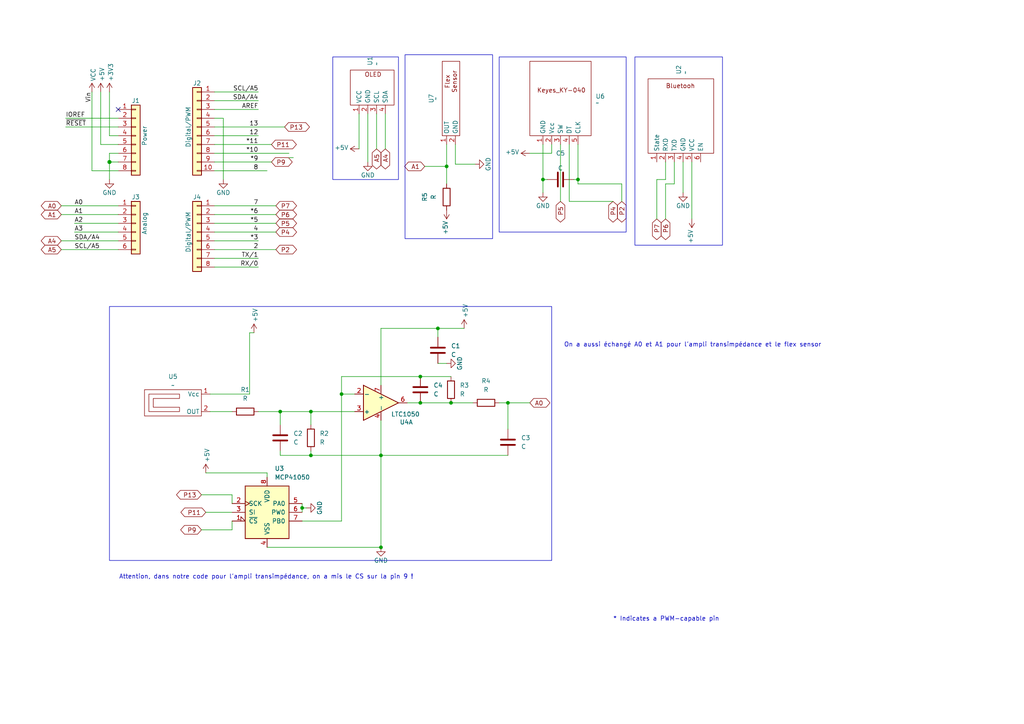
<source format=kicad_sch>
(kicad_sch (version 20231120) (generator "eeschema") (generator_version "8.0")
  (paper "A4")
  (title_block (date "mar. 31 mars 2015"))
  (lib_symbols
    (symbol "Connector_Generic:Conn_01x06" (pin_names (offset 1.016) hide)
      (property "Reference" "J" (at 0 7.62 0))
      (property "Value" "Conn_01x06" (at 0 -10.16 0))
      (symbol "Conn_01x06_1_1"
        (rectangle (start -1.27 -7.493) (end 0 -7.747) (stroke (width 0.1524)))
        (rectangle (start -1.27 -4.953) (end 0 -5.207) (stroke (width 0.1524)))
        (rectangle (start -1.27 -2.413) (end 0 -2.667) (stroke (width 0.1524)))
        (rectangle (start -1.27 0.127) (end 0 -0.127) (stroke (width 0.1524)))
        (rectangle (start -1.27 2.667) (end 0 2.413) (stroke (width 0.1524)))
        (rectangle (start -1.27 5.207) (end 0 4.953) (stroke (width 0.1524)))
        (rectangle (start -1.27 6.35) (end 1.27 -8.89) (stroke (width 0.254)) (fill (type background)))
        (pin passive line (at -5.08 5.08 0) (length 3.81) (name "Pin_1") (number "1"))
        (pin passive line (at -5.08 2.54 0) (length 3.81) (name "Pin_2") (number "2"))
        (pin passive line (at -5.08 0 0) (length 3.81) (name "Pin_3") (number "3"))
        (pin passive line (at -5.08 -2.54 0) (length 3.81) (name "Pin_4") (number "4"))
        (pin passive line (at -5.08 -5.08 0) (length 3.81) (name "Pin_5") (number "5"))
        (pin passive line (at -5.08 -7.62 0) (length 3.81) (name "Pin_6") (number "6"))
      )
    )
    (symbol "Connector_Generic:Conn_01x08" (pin_names (offset 1.016) hide)
      (property "Reference" "J" (at 0 10.16 0))
      (property "Value" "Conn_01x08" (at 0 -12.7 0))
      (symbol "Conn_01x08_1_1"
        (rectangle (start -1.27 -10.033) (end 0 -10.287) (stroke (width 0.1524)))
        (rectangle (start -1.27 -7.493) (end 0 -7.747) (stroke (width 0.1524)))
        (rectangle (start -1.27 -4.953) (end 0 -5.207) (stroke (width 0.1524)))
        (rectangle (start -1.27 -2.413) (end 0 -2.667) (stroke (width 0.1524)))
        (rectangle (start -1.27 0.127) (end 0 -0.127) (stroke (width 0.1524)))
        (rectangle (start -1.27 2.667) (end 0 2.413) (stroke (width 0.1524)))
        (rectangle (start -1.27 5.207) (end 0 4.953) (stroke (width 0.1524)))
        (rectangle (start -1.27 7.747) (end 0 7.493) (stroke (width 0.1524)))
        (rectangle (start -1.27 8.89) (end 1.27 -11.43) (stroke (width 0.254)) (fill (type background)))
        (pin passive line (at -5.08 7.62 0) (length 3.81) (name "Pin_1") (number "1"))
        (pin passive line (at -5.08 5.08 0) (length 3.81) (name "Pin_2") (number "2"))
        (pin passive line (at -5.08 2.54 0) (length 3.81) (name "Pin_3") (number "3"))
        (pin passive line (at -5.08 0 0) (length 3.81) (name "Pin_4") (number "4"))
        (pin passive line (at -5.08 -2.54 0) (length 3.81) (name "Pin_5") (number "5"))
        (pin passive line (at -5.08 -5.08 0) (length 3.81) (name "Pin_6") (number "6"))
        (pin passive line (at -5.08 -7.62 0) (length 3.81) (name "Pin_7") (number "7"))
        (pin passive line (at -5.08 -10.16 0) (length 3.81) (name "Pin_8") (number "8"))
      )
    )
    (symbol "Connector_Generic:Conn_01x10" (pin_names (offset 1.016) hide)
      (property "Reference" "J" (at 0 12.7 0))
      (property "Value" "Conn_01x10" (at 0 -15.24 0))
      (symbol "Conn_01x10_1_1"
        (rectangle (start -1.27 -12.573) (end 0 -12.827) (stroke (width 0.1524)))
        (rectangle (start -1.27 -10.033) (end 0 -10.287) (stroke (width 0.1524)))
        (rectangle (start -1.27 -7.493) (end 0 -7.747) (stroke (width 0.1524)))
        (rectangle (start -1.27 -4.953) (end 0 -5.207) (stroke (width 0.1524)))
        (rectangle (start -1.27 -2.413) (end 0 -2.667) (stroke (width 0.1524)))
        (rectangle (start -1.27 0.127) (end 0 -0.127) (stroke (width 0.1524)))
        (rectangle (start -1.27 2.667) (end 0 2.413) (stroke (width 0.1524)))
        (rectangle (start -1.27 5.207) (end 0 4.953) (stroke (width 0.1524)))
        (rectangle (start -1.27 7.747) (end 0 7.493) (stroke (width 0.1524)))
        (rectangle (start -1.27 10.287) (end 0 10.033) (stroke (width 0.1524)))
        (rectangle (start -1.27 11.43) (end 1.27 -13.97) (stroke (width 0.254)) (fill (type background)))
        (pin passive line (at -5.08 10.16 0) (length 3.81) (name "Pin_1") (number "1"))
        (pin passive line (at -5.08 -12.7 0) (length 3.81) (name "Pin_10") (number "10"))
        (pin passive line (at -5.08 7.62 0) (length 3.81) (name "Pin_2") (number "2"))
        (pin passive line (at -5.08 5.08 0) (length 3.81) (name "Pin_3") (number "3"))
        (pin passive line (at -5.08 2.54 0) (length 3.81) (name "Pin_4") (number "4"))
        (pin passive line (at -5.08 0 0) (length 3.81) (name "Pin_5") (number "5"))
        (pin passive line (at -5.08 -2.54 0) (length 3.81) (name "Pin_6") (number "6"))
        (pin passive line (at -5.08 -5.08 0) (length 3.81) (name "Pin_7") (number "7"))
        (pin passive line (at -5.08 -7.62 0) (length 3.81) (name "Pin_8") (number "8"))
        (pin passive line (at -5.08 -10.16 0) (length 3.81) (name "Pin_9") (number "9"))
      )
    )
    (symbol "Device:C" (pin_numbers hide) (pin_names (offset 0.254))
      (property "Reference" "C" (at 0.635 2.54 0))
      (property "Value" "C" (at 0.635 -2.54 0))
      (symbol "C_0_1"
        (polyline (pts (xy -2.032 -0.762) (xy 2.032 -0.762)) (stroke (width 0.508)))
        (polyline (pts (xy -2.032 0.762) (xy 2.032 0.762)) (stroke (width 0.508)))
      )
      (symbol "C_1_1"
        (pin passive line (at 0 3.81 270) (length 2.794) (name "~") (number "1"))
        (pin passive line (at 0 -3.81 90) (length 2.794) (name "~") (number "2"))
      )
    )
    (symbol "Device:R" (pin_numbers hide) (pin_names (offset 0))
      (property "Reference" "R" (at 2.032 0 90))
      (property "Value" "R" (at 0 0 90))
      (symbol "R_0_1"
        (rectangle (start -1.016 -2.54) (end 1.016 2.54) (stroke (width 0.254)))
      )
      (symbol "R_1_1"
        (pin passive line (at 0 3.81 270) (length 1.27) (name "~") (number "1"))
        (pin passive line (at 0 -3.81 90) (length 1.27) (name "~") (number "2"))
      )
    )
    (symbol "Librairie_de_symbole:Bluetooth"
      (property "Reference" "U" (at 0 0 0))
      (symbol "Bluetooth_0_1"
        (rectangle (start -2.54 2.54) (end -21.59 24.13))
      )
      (symbol "Bluetooth_1_1"
        (text "Bluetooh\n" (at -12.192 22.098 0) (effects (font (size 1.27 1.27))))
        (pin output line (at -19.05 0 90) (length 2.54) (name "State") (number "1"))
        (pin input line (at -16.51 0 90) (length 2.54) (name "RXD") (number "2"))
        (pin output line (at -13.97 0 90) (length 2.54) (name "TXD") (number "3"))
        (pin input line (at -11.43 0 90) (length 2.54) (name "GND") (number "4"))
        (pin input line (at -8.89 0 90) (length 2.54) (name "VCC") (number "5"))
        (pin input line (at -6.35 0 90) (length 2.54) (name "EN") (number "6"))
      )
    )
    (symbol "Librairie_de_symbole:Capteur"
      (property "Reference" "U5" (at -1.905 7.62 0))
      (property "Value" "~" (at -1.905 5.08 0))
      (symbol "Capteur_0_1"
        (rectangle (start -10.16 -3.81) (end 6.35 3.81))
        (polyline (pts (xy 0 2.54) (xy 0 1.27) (xy -7.62 1.27) (xy -7.62 -1.27) (xy 0 -1.27) (xy 0 -2.54) (xy -8.89 -2.54) (xy -8.89 2.54) (xy 0 2.54)))
      )
      (symbol "Capteur_1_1"
        (pin input line (at 8.89 2.54 180) (length 2.54) (name "Vcc") (number "1"))
        (pin output line (at 8.89 -2.54 180) (length 2.54) (name "OUT") (number "2"))
      )
    )
    (symbol "Librairie_de_symbole:Flex"
      (property "Reference" "U" (at -13.335 -13.335 90))
      (symbol "Flex_0_1"
        (rectangle (start -14.605 -15.875) (end 6.985 -10.795))
      )
      (symbol "Flex_1_1"
        (text "Flex\nSensor" (at -8.763 -13.335 0) (effects (font (size 1.27 1.27))))
        (pin output line (at 9.525 -14.605 180) (length 2.54) (name "OUT") (number "1"))
        (pin output line (at 9.525 -12.065 180) (length 2.54) (name "GND") (number "2"))
      )
    )
    (symbol "Librairie_de_symbole:Keyes_KY-040"
      (property "Reference" "U6" (at 10.16 -7.6199 0))
      (property "Value" "~" (at 10.16 -9.525 0))
      (symbol "Keyes_KY-040_0_1"
        (rectangle (start -8.89 2.54) (end 8.89 -19.05))
      )
      (symbol "Keyes_KY-040_1_1"
        (text "Keyes_KY-040" (at 0.254 -5.842 0) (effects (font (size 1.27 1.27))))
        (pin input line (at -5.08 -21.59 90) (length 2.54) (name "GND") (number "1"))
        (pin input line (at -2.54 -21.59 90) (length 2.54) (name "Vcc") (number "2"))
        (pin input line (at 0 -21.59 90) (length 2.54) (name "SW") (number "3"))
        (pin input line (at 2.54 -21.59 90) (length 2.54) (name "DT") (number "4"))
        (pin input line (at 5.08 -21.59 90) (length 2.54) (name "CLK") (number "5"))
      )
    )
    (symbol "Librairie_de_symbole:LTC1050" (pin_names (offset 0.127))
      (property "Reference" "U4" (at 7.366 -5.588 0))
      (property "Value" "LTC1050" (at 7.112 -3.302 0))
      (symbol "LTC1050_1_1"
        (polyline (pts (xy -5.08 5.08) (xy -5.08 -5.08) (xy 5.08 0) (xy -5.08 5.08)) (stroke (width 0.254)) (fill (type background)))
        (pin input line (at -7.62 2.54 0) (length 2.54) (name "-") (number "2"))
        (pin input line (at -7.62 -2.54 0) (length 2.54) (name "+") (number "3"))
        (pin input line (at 0 -5.08 90) (length 2.54) (name "-") (number "4"))
        (pin output line (at 7.62 0 180) (length 2.54) (name "~") (number "6"))
        (pin input line (at 0 5.08 270) (length 2.54) (name "+") (number "7"))
      )
      (symbol "LTC1050_2_1"
        (polyline (pts (xy -5.08 5.08) (xy -5.08 -5.08) (xy 5.08 0) (xy -5.08 5.08)) (stroke (width 0.254)) (fill (type background)))
        (pin input line (at -7.62 2.54 0) (length 2.54) (name "+") (number "5"))
        (pin input line (at -7.62 -2.54 0) (length 2.54) (name "-") (number "6"))
        (pin output line (at 7.62 0 180) (length 2.54) (name "~") (number "7"))
      )
      (symbol "LTC1050_3_1"
        (pin power_in line (at -2.54 -7.62 90) (length 3.81) (name "V-") (number "4"))
        (pin power_in line (at -2.54 7.62 270) (length 3.81) (name "V+") (number "8"))
      )
    )
    (symbol "Librairie_de_symbole:OLED"
      (property "Reference" "U" (at 0 0 0))
      (symbol "OLED_0_1"
        (rectangle (start 1.27 2.54) (end -11.43 12.7))
      )
      (symbol "OLED_1_1"
        (text "OLED\n\n" (at -4.826 10.414 0) (effects (font (size 1.27 1.27))))
        (pin input line (at -8.89 0 90) (length 2.54) (name "VCC") (number "1"))
        (pin input line (at -6.35 0 90) (length 2.54) (name "GND") (number "2"))
        (pin input line (at -3.81 0 90) (length 2.54) (name "SCL") (number "3"))
        (pin input line (at -1.27 0 90) (length 2.54) (name "SDA") (number "4"))
      )
    )
    (symbol "Potentiometer_Digital:MCP41050" (pin_names (offset 1.016))
      (property "Reference" "U3" (at 2.1941 12.7 0))
      (property "Value" "MCP41050" (at 2.1941 10.16 0))
      (symbol "MCP41050_0_1"
        (rectangle (start -6.35 7.62) (end 6.35 -7.62) (stroke (width 0.254)) (fill (type background)))
      )
      (symbol "MCP41050_1_1"
        (pin input input_low (at -10.16 -2.54 0) (length 3.81) (name "~{CS}") (number "1"))
        (pin passive clock (at -10.16 2.54 0) (length 3.81) (name "SCK") (number "2"))
        (pin input line (at -10.16 0 0) (length 3.81) (name "SI") (number "3"))
        (pin power_in line (at 0 -10.16 90) (length 2.54) (name "VSS") (number "4"))
        (pin passive line (at 10.16 2.54 180) (length 3.81) (name "PA0") (number "5"))
        (pin passive line (at 10.16 0 180) (length 3.81) (name "PW0") (number "6"))
        (pin passive line (at 10.16 -2.54 180) (length 3.81) (name "PB0") (number "7"))
        (pin power_in line (at 0 10.16 270) (length 2.54) (name "VDD") (number "8"))
      )
    )
    (symbol "power:+3V3" (power) (pin_names (offset 0))
      (property "Value" "+3V3" (at 0 3.556 0))
      (symbol "+3V3_0_1"
        (polyline (pts (xy -0.762 1.27) (xy 0 2.54)))
        (polyline (pts (xy 0 0) (xy 0 2.54)))
        (polyline (pts (xy 0 2.54) (xy 0.762 1.27)))
      )
      (symbol "+3V3_1_1"
        (pin power_in line (at 0 0 90) (length 0) hide (name "+3V3") (number "1"))
      )
    )
    (symbol "power:+5V" (power) (pin_names (offset 0))
      (property "Value" "+5V" (at 0 3.556 0))
      (symbol "+5V_0_1"
        (polyline (pts (xy -0.762 1.27) (xy 0 2.54)))
        (polyline (pts (xy 0 0) (xy 0 2.54)))
        (polyline (pts (xy 0 2.54) (xy 0.762 1.27)))
      )
      (symbol "+5V_1_1"
        (pin power_in line (at 0 0 90) (length 0) hide (name "+5V") (number "1"))
      )
    )
    (symbol "power:GND" (power) (pin_names (offset 0))
      (property "Value" "GND" (at 0 -3.81 0))
      (symbol "GND_0_1"
        (polyline (pts (xy 0 0) (xy 0 -1.27) (xy 1.27 -1.27) (xy 0 -2.54) (xy -1.27 -1.27) (xy 0 -1.27)))
      )
      (symbol "GND_1_1"
        (pin power_in line (at 0 0 270) (length 0) hide (name "GND") (number "1"))
      )
    )
    (symbol "power:VCC" (power) (pin_names (offset 0))
      (property "Value" "VCC" (at 0 3.81 0))
      (symbol "VCC_0_1"
        (polyline (pts (xy -0.762 1.27) (xy 0 2.54)))
        (polyline (pts (xy 0 0) (xy 0 2.54)))
        (polyline (pts (xy 0 2.54) (xy 0.762 1.27)))
      )
      (symbol "VCC_1_1"
        (pin power_in line (at 0 0 90) (length 0) hide (name "VCC") (number "1"))
      )
    )
  )
  (junction (at 121.92 116.84))
  (junction (at 121.92 109.22))
  (junction (at 130.81 116.84))
  (junction (at 31.75 46.99) (diameter 1.016))
  (junction (at 127 95.25))
  (junction (at 129.54 48.26))
  (junction (at 81.28 119.38))
  (junction (at 147.32 116.84))
  (junction (at 167.64 52.07))
  (junction (at 90.17 119.38))
  (junction (at 87.63 147.32))
  (junction (at 90.17 132.08))
  (junction (at 110.49 132.08))
  (junction (at 157.48 52.07))
  (junction (at 99.06 114.3))
  (junction (at 110.49 158.75))
  (no_connect (at 34.29 31.75))
  (wire (pts (xy 62.23 77.47) (xy 74.93 77.47)))
  (wire (pts (xy 62.23 36.83) (xy 82.55 36.83)))
  (wire (pts (xy 59.69 137.16) (xy 77.47 137.16)))
  (wire (pts (xy 123.19 48.26) (xy 129.54 48.26)))
  (wire (pts (xy 130.81 116.84) (xy 137.16 116.84)))
  (wire (pts (xy 62.23 26.67) (xy 74.93 26.67)))
  (wire (pts (xy 72.39 96.52) (xy 72.39 114.3)))
  (wire (pts (xy 177.8 58.42) (xy 165.1 58.42)))
  (wire (pts (xy 147.32 116.84) (xy 153.67 116.84)))
  (wire (pts (xy 195.58 53.34) (xy 195.58 46.99)))
  (wire (pts (xy 129.54 48.26) (xy 129.54 53.34)))
  (wire (pts (xy 31.75 44.45) (xy 31.75 46.99)))
  (wire (pts (xy 67.31 143.51) (xy 67.31 146.05)))
  (wire (pts (xy 109.22 43.18) (xy 109.22 33.02)))
  (wire (pts (xy 17.78 59.69) (xy 34.29 59.69)))
  (wire (pts (xy 147.32 116.84) (xy 147.32 124.46)))
  (wire (pts (xy 59.69 148.59) (xy 67.31 148.59)))
  (wire (pts (xy 193.04 52.07) (xy 193.04 46.99)))
  (wire (pts (xy 77.47 137.16) (xy 77.47 138.43)))
  (wire (pts (xy 74.93 119.38) (xy 81.28 119.38)))
  (wire (pts (xy 31.75 46.99) (xy 31.75 52.07)))
  (wire (pts (xy 17.78 62.23) (xy 34.29 62.23)))
  (wire (pts (xy 31.75 39.37) (xy 34.29 39.37)))
  (wire (pts (xy 81.28 119.38) (xy 90.17 119.38)))
  (wire (pts (xy 29.21 41.91) (xy 34.29 41.91)))
  (wire (pts (xy 127 95.25) (xy 110.49 95.25)))
  (wire (pts (xy 29.21 26.67) (xy 29.21 41.91)))
  (wire (pts (xy 144.78 116.84) (xy 147.32 116.84)))
  (wire (pts (xy 106.68 46.99) (xy 106.68 33.02)))
  (wire (pts (xy 31.75 26.67) (xy 31.75 39.37)))
  (wire (pts (xy 62.23 59.69) (xy 80.01 59.69)))
  (wire (pts (xy 165.1 58.42) (xy 165.1 41.91)))
  (wire (pts (xy 129.54 41.91) (xy 129.54 48.26)))
  (wire (pts (xy 62.23 39.37) (xy 74.93 39.37)))
  (wire (pts (xy 72.39 96.52) (xy 73.66 96.52)))
  (wire (pts (xy 62.23 62.23) (xy 80.01 62.23)))
  (wire (pts (xy 83.82 44.45) (xy 62.23 44.45)))
  (wire (pts (xy 77.47 49.53) (xy 62.23 49.53)))
  (wire (pts (xy 200.66 63.5) (xy 200.66 46.99)))
  (wire (pts (xy 121.92 116.84) (xy 130.81 116.84)))
  (wire (pts (xy 198.12 55.88) (xy 198.12 46.99)))
  (wire (pts (xy 90.17 132.08) (xy 81.28 132.08)))
  (wire (pts (xy 62.23 46.99) (xy 78.74 46.99)))
  (wire (pts (xy 85.09 45.72) (xy 83.82 45.72)))
  (wire (pts (xy 121.92 109.22) (xy 130.81 109.22)))
  (wire (pts (xy 87.63 146.05) (xy 87.63 147.32)))
  (wire (pts (xy 193.04 53.34) (xy 195.58 53.34)))
  (wire (pts (xy 62.23 67.31) (xy 80.01 67.31)))
  (wire (pts (xy 157.48 41.91) (xy 157.48 52.07)))
  (wire (pts (xy 17.78 69.85) (xy 34.29 69.85)))
  (wire (pts (xy 60.96 119.38) (xy 67.31 119.38)))
  (wire (pts (xy 19.05 34.29) (xy 34.29 34.29)))
  (wire (pts (xy 166.37 52.07) (xy 167.64 52.07)))
  (wire (pts (xy 190.5 52.07) (xy 193.04 52.07)))
  (wire (pts (xy 121.92 109.22) (xy 99.06 109.22)))
  (wire (pts (xy 132.08 47.625) (xy 137.795 47.625)))
  (wire (pts (xy 64.77 34.29) (xy 64.77 52.07)))
  (wire (pts (xy 157.48 55.88) (xy 157.48 52.07)))
  (wire (pts (xy 62.23 31.75) (xy 74.93 31.75)))
  (wire (pts (xy 87.63 147.32) (xy 87.63 148.59)))
  (wire (pts (xy 110.49 95.25) (xy 110.49 111.76)))
  (wire (pts (xy 34.29 64.77) (xy 21.59 64.77)))
  (wire (pts (xy 19.05 36.83) (xy 34.29 36.83)))
  (wire (pts (xy 34.29 46.99) (xy 31.75 46.99)))
  (wire (pts (xy 153.67 44.45) (xy 160.02 44.45)))
  (wire (pts (xy 34.29 49.53) (xy 26.67 49.53)))
  (wire (pts (xy 110.49 121.92) (xy 110.49 132.08)))
  (wire (pts (xy 193.04 63.5) (xy 193.04 53.34)))
  (wire (pts (xy 127 105.41) (xy 129.54 105.41)))
  (wire (pts (xy 160.02 44.45) (xy 160.02 41.91)))
  (wire (pts (xy 81.28 132.08) (xy 81.28 130.81)))
  (wire (pts (xy 190.5 63.5) (xy 190.5 52.07)))
  (wire (pts (xy 110.49 132.08) (xy 90.17 132.08)))
  (wire (pts (xy 162.56 41.91) (xy 162.56 58.42)))
  (wire (pts (xy 17.78 72.39) (xy 34.29 72.39)))
  (wire (pts (xy 62.23 34.29) (xy 64.77 34.29)))
  (wire (pts (xy 132.08 41.91) (xy 132.08 47.625)))
  (wire (pts (xy 99.06 114.3) (xy 99.06 151.13)))
  (wire (pts (xy 34.29 44.45) (xy 31.75 44.45)))
  (wire (pts (xy 180.34 58.42) (xy 180.34 53.34)))
  (wire (pts (xy 62.23 41.91) (xy 78.74 41.91)))
  (wire (pts (xy 67.31 153.67) (xy 67.31 151.13)))
  (wire (pts (xy 157.48 52.07) (xy 158.75 52.07)))
  (wire (pts (xy 167.64 41.91) (xy 167.64 52.07)))
  (wire (pts (xy 90.17 119.38) (xy 102.87 119.38)))
  (wire (pts (xy 62.23 64.77) (xy 80.01 64.77)))
  (wire (pts (xy 110.49 132.08) (xy 110.49 158.75)))
  (wire (pts (xy 58.42 153.67) (xy 67.31 153.67)))
  (wire (pts (xy 21.59 67.31) (xy 34.29 67.31)))
  (wire (pts (xy 77.47 158.75) (xy 110.49 158.75)))
  (wire (pts (xy 58.42 143.51) (xy 67.31 143.51)))
  (wire (pts (xy 118.11 116.84) (xy 121.92 116.84)))
  (wire (pts (xy 111.76 43.18) (xy 111.76 33.02)))
  (wire (pts (xy 72.39 114.3) (xy 60.96 114.3)))
  (wire (pts (xy 87.63 147.32) (xy 88.9 147.32)))
  (wire (pts (xy 127 95.25) (xy 127 97.79)))
  (wire (pts (xy 62.23 29.21) (xy 74.93 29.21)))
  (wire (pts (xy 81.28 119.38) (xy 81.28 123.19)))
  (wire (pts (xy 62.23 72.39) (xy 80.01 72.39)))
  (wire (pts (xy 62.23 69.85) (xy 74.93 69.85)))
  (wire (pts (xy 180.34 53.34) (xy 167.64 53.34)))
  (wire (pts (xy 104.14 43.18) (xy 104.14 33.02)))
  (wire (pts (xy 167.64 53.34) (xy 167.64 52.07)))
  (wire (pts (xy 147.32 132.08) (xy 110.49 132.08)))
  (wire (pts (xy 62.23 74.93) (xy 74.93 74.93)))
  (wire (pts (xy 26.67 49.53) (xy 26.67 26.67)))
  (wire (pts (xy 99.06 114.3) (xy 102.87 114.3)))
  (wire (pts (xy 134.62 95.25) (xy 127 95.25)))
  (wire (pts (xy 90.17 119.38) (xy 90.17 123.19)))
  (wire (pts (xy 99.06 151.13) (xy 87.63 151.13)))
  (wire (pts (xy 90.17 132.08) (xy 90.17 130.81)))
  (wire (pts (xy 99.06 109.22) (xy 99.06 114.3)))
  (rectangle (start 181.61 16.51) (end 144.78 67.31))
  (rectangle (start 96.52 52.07) (end 115.57 16.51))
  (rectangle (start 184.15 71.12) (end 209.55 16.51))
  (rectangle (start 117.475 15.875) (end 142.875 69.215))
  (rectangle (start 31.75 88.9) (end 160.02 162.56))
  (text "Attention, dans notre code pour l'ampli transimpédance, on a mis le CS sur la pin 9 !\n" (at 77.216 167.386 0) (effects (font (size 1.27 1.27))))
  (text "On a aussi échangé A0 et A1 pour l'ampli transimpédance et le flex sensor\n" (at 200.914 100.076 0) (effects (font (size 1.27 1.27))))
  (text "* Indicates a PWM-capable pin" (at 177.8 180.34 0) (effects (font (size 1.27 1.27)) (justify left bottom)))
  (label "RX{slash}0" (at 74.93 77.47 180))
  (label "A2" (at 21.59 64.77 0))
  (label "4" (at 74.93 67.31 180))
  (label "2" (at 74.93 72.39 180))
  (label "A3" (at 21.59 67.31 0))
  (label "13" (at 74.93 36.83 180))
  (label "12" (at 74.93 39.37 180))
  (label "~{RESET}" (at 19.05 36.83 0))
  (label "*10" (at 74.93 44.45 180))
  (label "7" (at 74.93 59.69 180))
  (label "SDA{slash}A4" (at 74.93 29.21 180))
  (label "8" (at 74.93 49.53 180))
  (label "*11" (at 74.93 41.91 180))
  (label "*3" (at 74.93 69.85 180))
  (label "A1" (at 21.59 62.23 0))
  (label "TX{slash}1" (at 74.93 74.93 180))
  (label "A0" (at 21.59 59.69 0))
  (label "AREF" (at 74.93 31.75 180))
  (label "Vin" (at 26.67 26.67 270))
  (label "*6" (at 74.93 62.23 180))
  (label "SCL{slash}A5" (at 74.93 26.67 180))
  (label "*9" (at 74.93 46.99 180))
  (label "*5" (at 74.93 64.77 180))
  (label "IOREF" (at 19.05 34.29 0))
  (label "SDA{slash}A4" (at 21.59 69.85 0))
  (label "SCL{slash}A5" (at 21.59 72.39 0))
  (global_label "A0" (shape bidirectional) (at 17.78 59.69 180) (property "Intersheetrefs" "${INTERSHEET_REFS}" (effects (hide yes))))
  (global_label "A0" (shape bidirectional) (at 153.67 116.84 0) (property "Intersheetrefs" "${INTERSHEET_REFS}" (effects (hide yes))))
  (global_label "P6" (shape bidirectional) (at 80.01 62.23 0) (property "Intersheetrefs" "${INTERSHEET_REFS}" (effects (hide yes))))
  (global_label "P11" (shape bidirectional) (at 59.69 148.59 180) (property "Intersheetrefs" "${INTERSHEET_REFS}" (effects (hide yes))))
  (global_label "P7" (shape bidirectional) (at 190.5 63.5 270) (property "Intersheetrefs" "${INTERSHEET_REFS}" (effects (hide yes))))
  (global_label "A5" (shape bidirectional) (at 109.22 43.18 270) (property "Intersheetrefs" "${INTERSHEET_REFS}" (effects (hide yes))))
  (global_label "P5" (shape bidirectional) (at 162.56 58.42 270) (property "Intersheetrefs" "${INTERSHEET_REFS}" (effects (hide yes))))
  (global_label "A1" (shape bidirectional) (at 17.78 62.23 180) (property "Intersheetrefs" "${INTERSHEET_REFS}" (effects (hide yes))))
  (global_label "P13" (shape bidirectional) (at 82.55 36.83 0) (property "Intersheetrefs" "${INTERSHEET_REFS}" (effects (hide yes))))
  (global_label "A5" (shape bidirectional) (at 17.78 72.39 180) (property "Intersheetrefs" "${INTERSHEET_REFS}" (effects (hide yes))))
  (global_label "P13" (shape bidirectional) (at 58.42 143.51 180) (property "Intersheetrefs" "${INTERSHEET_REFS}" (effects (hide yes))))
  (global_label "A4" (shape bidirectional) (at 17.78 69.85 180) (property "Intersheetrefs" "${INTERSHEET_REFS}" (effects (hide yes))))
  (global_label "P7" (shape bidirectional) (at 80.01 59.69 0) (property "Intersheetrefs" "${INTERSHEET_REFS}" (effects (hide yes))))
  (global_label "A4" (shape bidirectional) (at 111.76 43.18 270) (property "Intersheetrefs" "${INTERSHEET_REFS}" (effects (hide yes))))
  (global_label "A1" (shape bidirectional) (at 123.19 48.26 180) (property "Intersheetrefs" "${INTERSHEET_REFS}" (effects (hide yes))))
  (global_label "P11" (shape bidirectional) (at 78.74 41.91 0) (property "Intersheetrefs" "${INTERSHEET_REFS}" (effects (hide yes))))
  (global_label "P6" (shape bidirectional) (at 193.04 63.5 270) (property "Intersheetrefs" "${INTERSHEET_REFS}" (effects (hide yes))))
  (global_label "P4" (shape bidirectional) (at 80.01 67.31 0) (property "Intersheetrefs" "${INTERSHEET_REFS}" (effects (hide yes))))
  (global_label "P2" (shape bidirectional) (at 180.34 58.42 270) (property "Intersheetrefs" "${INTERSHEET_REFS}" (effects (hide yes))))
  (global_label "P9" (shape bidirectional) (at 78.74 46.99 0) (property "Intersheetrefs" "${INTERSHEET_REFS}" (effects (hide yes))))
  (global_label "P4" (shape bidirectional) (at 177.8 58.42 270) (property "Intersheetrefs" "${INTERSHEET_REFS}" (effects (hide yes))))
  (global_label "P9" (shape bidirectional) (at 58.42 153.67 180) (property "Intersheetrefs" "${INTERSHEET_REFS}" (effects (hide yes))))
  (global_label "P5" (shape bidirectional) (at 80.01 64.77 0) (property "Intersheetrefs" "${INTERSHEET_REFS}" (effects (hide yes))))
  (global_label "P2" (shape bidirectional) (at 80.01 72.39 0) (property "Intersheetrefs" "${INTERSHEET_REFS}" (effects (hide yes))))
  (symbol (lib_id "Connector_Generic:Conn_01x08") (at 39.37 39.37 0) (unit 1)
    (property "Reference" "J1" (at 39.37 29.21 0))
    (property "Value" "Power" (at 41.91 39.37 90))
    (property "Footprint" "Connector_PinSocket_2.54mm:PinSocket_1x08_P2.54mm_Vertical" (effects (hide yes)))
  )
  (symbol (lib_id "power:+3V3") (at 31.75 26.67 0) (unit 1)
    (property "Reference" "#PWR03" (effects (hide yes)))
    (property "Value" "+3V3" (at 32.131 23.622 90) (effects (justify left)))
  )
  (symbol (lib_id "power:+5V") (at 29.21 26.67 0) (unit 1)
    (property "Reference" "#PWR02" (effects (hide yes)))
    (property "Value" "+5V" (at 29.5656 23.622 90) (effects (justify left)))
  )
  (symbol (lib_id "power:GND") (at 31.75 52.07 0) (unit 1)
    (property "Reference" "#PWR04" (effects (hide yes)))
    (property "Value" "GND" (at 31.75 55.88 0))
  )
  (symbol (lib_id "Connector_Generic:Conn_01x10") (at 57.15 36.83 0) (mirror y) (unit 1)
    (property "Reference" "J2" (at 57.15 24.13 0))
    (property "Value" "Digital/PWM" (at 54.61 36.83 90))
    (property "Footprint" "Connector_PinSocket_2.54mm:PinSocket_1x10_P2.54mm_Vertical" (effects (hide yes)))
  )
  (symbol (lib_id "power:GND") (at 64.77 52.07 0) (unit 1)
    (property "Reference" "#PWR05" (effects (hide yes)))
    (property "Value" "GND" (at 64.77 55.88 0))
  )
  (symbol (lib_id "Connector_Generic:Conn_01x06") (at 39.37 64.77 0) (unit 1)
    (property "Reference" "J3" (at 39.37 57.15 0))
    (property "Value" "Analog" (at 41.91 64.77 90))
    (property "Footprint" "Connector_PinSocket_2.54mm:PinSocket_1x06_P2.54mm_Vertical" (effects (hide yes)))
  )
  (symbol (lib_id "Connector_Generic:Conn_01x08") (at 57.15 67.31 0) (mirror y) (unit 1)
    (property "Reference" "J4" (at 57.15 57.15 0))
    (property "Value" "Digital/PWM" (at 54.61 67.31 90))
    (property "Footprint" "Connector_PinSocket_2.54mm:PinSocket_1x08_P2.54mm_Vertical" (effects (hide yes)))
  )
  (symbol (lib_id "power:+5V") (at 134.62 95.25 0) (unit 1)
    (property "Reference" "#PWR06" (effects (hide yes)))
    (property "Value" "+5V" (at 134.9756 92.202 90) (effects (justify left)))
  )
  (symbol (lib_id "Device:R") (at 90.17 127 0) (unit 1)
    (property "Reference" "R2" (at 92.71 125.7299 0) (effects (justify left)))
    (property "Value" "R" (at 92.71 128.2699 0) (effects (justify left)))
    (property "Footprint" "Resistor_THT:R_Axial_DIN0204_L3.6mm_D1.6mm_P7.62mm_Horizontal" (effects (hide yes)))
    (property "Description" "Resistor" (effects (hide yes)))
  )
  (symbol (lib_id "power:GND") (at 106.68 46.99 0) (unit 1)
    (property "Reference" "#PWR019" (effects (hide yes)))
    (property "Value" "GND" (at 106.68 50.8 0))
  )
  (symbol (lib_id "power:+5V") (at 200.66 63.5 180) (unit 1)
    (property "Reference" "#PWR017" (effects (hide yes)))
    (property "Value" "+5V" (at 200.3044 66.548 90) (effects (justify left)))
  )
  (symbol (lib_id "Device:R") (at 130.81 113.03 0) (unit 1)
    (property "Reference" "R3" (at 133.35 111.7599 0) (effects (justify left)))
    (property "Value" "R" (at 133.35 114.2999 0) (effects (justify left)))
    (property "Footprint" "Resistor_THT:R_Axial_DIN0204_L3.6mm_D1.6mm_P7.62mm_Horizontal" (effects (hide yes)))
    (property "Description" "Resistor" (effects (hide yes)))
  )
  (symbol (lib_id "power:+5V") (at 153.67 44.45 90) (unit 1)
    (property "Reference" "#PWR015" (effects (hide yes)))
    (property "Value" "+5V" (at 150.622 44.0944 90) (effects (justify left)))
  )
  (symbol (lib_id "Device:R") (at 71.12 119.38 90) (unit 1)
    (property "Reference" "R1" (at 71.12 113.03 90))
    (property "Value" "R" (at 71.12 115.57 90))
    (property "Footprint" "Resistor_THT:R_Axial_DIN0204_L3.6mm_D1.6mm_P7.62mm_Horizontal" (effects (hide yes)))
    (property "Description" "Resistor" (effects (hide yes)))
  )
  (symbol (lib_id "Librairie_de_symbole:OLED") (at 113.03 33.02 0) (unit 1)
    (property "Reference" "U1" (at 107.3149 19.05 90) (effects (justify left)))
    (property "Value" "~" (at 109.22 19.05 90) (effects (justify left)))
    (property "Footprint" "Librairie_d_empreinte:OLED" (effects (hide yes)))
  )
  (symbol (lib_id "power:VCC") (at 26.67 26.67 0) (unit 1)
    (property "Reference" "#PWR01" (effects (hide yes)))
    (property "Value" "VCC" (at 27.051 23.622 90) (effects (justify left)))
  )
  (symbol (lib_id "Device:C") (at 127 101.6 0) (unit 1)
    (property "Reference" "C1" (at 130.81 100.3299 0) (effects (justify left)))
    (property "Value" "C" (at 130.81 102.8699 0) (effects (justify left)))
    (property "Footprint" "Capacitor_THT:C_Disc_D7.0mm_W2.5mm_P5.00mm" (effects (hide yes)))
    (property "Description" "Unpolarized capacitor" (effects (hide yes)))
  )
  (symbol (lib_id "Librairie_de_symbole:Bluetooth") (at 209.55 46.99 0) (unit 1)
    (property "Reference" "U2" (at 196.8499 21.59 90) (effects (justify left)))
    (property "Value" "~" (at 198.755 21.59 90) (effects (justify left)))
    (property "Footprint" "Librairie_d_empreinte:BLUETOOTH" (effects (hide yes)))
  )
  (symbol (lib_id "Librairie_de_symbole:Capteur") (at 52.07 116.84 0) (unit 1)
    (property "Reference" "U5" (at 50.165 109.22 0))
    (property "Value" "~" (at 50.165 111.76 0))
    (property "Footprint" "Librairie_d_empreinte:Capteur" (effects (hide yes)))
  )
  (symbol (lib_id "Potentiometer_Digital:MCP41050") (at 77.47 148.59 0) (unit 1)
    (property "Reference" "U3" (at 79.6641 135.89 0) (effects (justify left)))
    (property "Value" "MCP41050" (at 79.6641 138.43 0) (effects (justify left)))
    (property "Footprint" "Librairie_d_empreinte:MCP41050" (effects (hide yes)))
    (property "Datasheet" "http://ww1.microchip.com/downloads/en/DeviceDoc/11195c.pdf" (effects (hide yes)))
    (property "Description" "Single Digital Potentiometer, SPI interface, 256 taps, 50 kohm" (effects (hide yes)))
  )
  (symbol (lib_id "Device:C") (at 147.32 128.27 180) (unit 1)
    (property "Reference" "C3" (at 151.13 126.9999 0) (effects (justify right)))
    (property "Value" "C" (at 151.13 129.5399 0) (effects (justify right)))
    (property "Footprint" "Capacitor_THT:C_Disc_D7.0mm_W2.5mm_P5.00mm" (effects (hide yes)))
    (property "Description" "Unpolarized capacitor" (effects (hide yes)))
  )
  (symbol (lib_id "Librairie_de_symbole:Flex") (at 144.145 32.385 270) (unit 1)
    (property "Reference" "U7" (at 125.095 28.575 0))
    (property "Value" "~" (at 126.365 28.575 0))
    (property "Footprint" "Librairie_d_empreinte:Flex" (effects (hide yes)))
  )
  (symbol (lib_id "Device:C") (at 81.28 127 180) (unit 1)
    (property "Reference" "C2" (at 85.09 125.7299 0) (effects (justify right)))
    (property "Value" "C" (at 85.09 128.2699 0) (effects (justify right)))
    (property "Footprint" "Capacitor_THT:C_Disc_D7.0mm_W2.5mm_P5.00mm" (effects (hide yes)))
    (property "Description" "Unpolarized capacitor" (effects (hide yes)))
  )
  (symbol (lib_id "power:GND") (at 110.49 158.75 0) (unit 1)
    (property "Reference" "#PWR09" (effects (hide yes)))
    (property "Value" "GND" (at 110.49 162.56 0))
  )
  (symbol (lib_id "power:+5V") (at 73.66 96.52 0) (unit 1)
    (property "Reference" "#PWR07" (effects (hide yes)))
    (property "Value" "+5V" (at 74.0156 93.472 90) (effects (justify left)))
  )
  (symbol (lib_id "power:GND") (at 137.795 47.625 90) (unit 1)
    (property "Reference" "#PWR012" (effects (hide yes)))
    (property "Value" "GND" (at 141.605 47.625 0))
  )
  (symbol (lib_id "Librairie_de_symbole:LTC1050") (at 110.49 116.84 0) (unit 1)
    (property "Reference" "U4" (at 117.856 122.428 0))
    (property "Value" "LTC1050" (at 117.602 120.142 0))
    (property "Footprint" "Librairie_d_empreinte:LTC1050" (effects (hide yes)))
    (property "Datasheet" "https://www.analog.com/media/en/technical-documentation/data-sheets/1151fa.pdf" (effects (hide yes)))
  )
  (symbol (lib_id "Device:C") (at 121.92 113.03 180) (unit 1)
    (property "Reference" "C4" (at 125.73 111.7599 0) (effects (justify right)))
    (property "Value" "C" (at 125.73 114.2999 0) (effects (justify right)))
    (property "Footprint" "Capacitor_THT:C_Disc_D7.0mm_W2.5mm_P5.00mm" (effects (hide yes)))
    (property "Description" "Unpolarized capacitor" (effects (hide yes)))
  )
  (symbol (lib_id "power:+5V") (at 104.14 43.18 90) (unit 1)
    (property "Reference" "#PWR018" (effects (hide yes)))
    (property "Value" "+5V" (at 101.092 42.8244 90) (effects (justify left)))
  )
  (symbol (lib_id "Librairie_de_symbole:Keyes_KY-040") (at 162.56 20.32 0) (unit 1)
    (property "Reference" "U6" (at 172.72 27.9399 0) (effects (justify left)))
    (property "Value" "~" (at 172.72 29.845 0) (effects (justify left)))
    (property "Footprint" "Librairie_d_empreinte:Keyes KY_040" (effects (hide yes)))
  )
  (symbol (lib_id "power:GND") (at 157.48 55.88 0) (unit 1)
    (property "Reference" "#PWR014" (effects (hide yes)))
    (property "Value" "GND" (at 157.48 59.69 0))
  )
  (symbol (lib_id "Device:R") (at 129.54 57.15 180) (unit 1)
    (property "Reference" "R5" (at 123.19 57.15 90))
    (property "Value" "R" (at 125.73 57.15 90))
    (property "Footprint" "Resistor_THT:R_Axial_DIN0204_L3.6mm_D1.6mm_P7.62mm_Horizontal" (effects (hide yes)))
    (property "Description" "Resistor" (effects (hide yes)))
  )
  (symbol (lib_id "power:GND") (at 88.9 147.32 90) (unit 1)
    (property "Reference" "#PWR010" (effects (hide yes)))
    (property "Value" "GND" (at 92.71 147.32 0))
  )
  (symbol (lib_id "Device:C") (at 162.56 52.07 90) (unit 1)
    (property "Reference" "C5" (at 162.56 44.45 90))
    (property "Value" "C" (at 162.56 48.768 90))
    (property "Footprint" "Capacitor_THT:C_Disc_D7.0mm_W2.5mm_P5.00mm" (effects (hide yes)))
    (property "Description" "Unpolarized capacitor" (effects (hide yes)))
  )
  (symbol (lib_id "Device:R") (at 140.97 116.84 90) (unit 1)
    (property "Reference" "R4" (at 140.97 110.49 90))
    (property "Value" "R" (at 140.97 113.03 90))
    (property "Footprint" "Resistor_THT:R_Axial_DIN0204_L3.6mm_D1.6mm_P7.62mm_Horizontal" (effects (hide yes)))
    (property "Description" "Resistor" (effects (hide yes)))
  )
  (symbol (lib_id "power:+5V") (at 59.69 137.16 0) (unit 1)
    (property "Reference" "#PWR08" (effects (hide yes)))
    (property "Value" "+5V" (at 60.0456 134.112 90) (effects (justify left)))
  )
  (symbol (lib_id "power:GND") (at 198.12 55.88 0) (unit 1)
    (property "Reference" "#PWR016" (effects (hide yes)))
    (property "Value" "GND" (at 198.12 59.69 0))
  )
  (symbol (lib_id "power:+5V") (at 129.54 60.96 180) (unit 1)
    (property "Reference" "#PWR013" (effects (hide yes)))
    (property "Value" "+5V" (at 129.1844 64.008 90) (effects (justify left)))
  )
  (symbol (lib_id "power:GND") (at 129.54 105.41 90) (unit 1)
    (property "Reference" "#PWR011" (effects (hide yes)))
    (property "Value" "GND" (at 133.35 105.41 0))
  )
)
</source>
